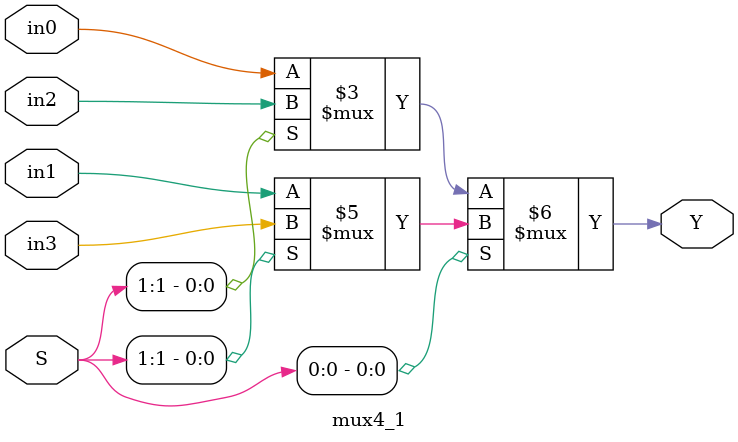
<source format=v>
module mux4_1(S, Y, in0, in1, in2, in3);
input [1:0] S;
output Y;
input in0, in1, in2, in3;
assign Y = (S[0] == 0) ? ((S[1] == 0) ? in0 : in2) : ((S[1] == 0) ? in1 : in3);
endmodule

</source>
